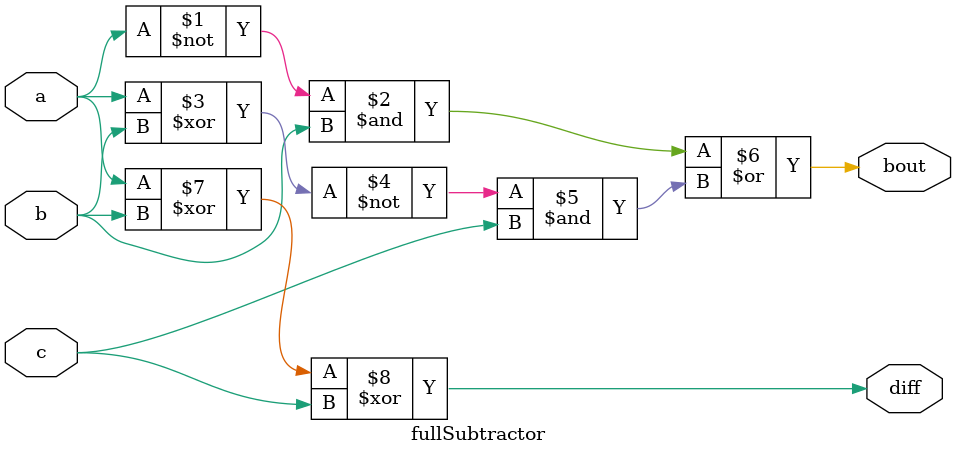
<source format=v>
module fullSubtractor (a, b, c, bout, diff); //define the variables
input a, b, c; //inputs
output bout, diff; //outputs
	assign bout = ((~a)&b) | (~(a^b)&c); //equation for bout
	assign diff = a ^ b ^ c;//eqaution for diff
endmodule

</source>
